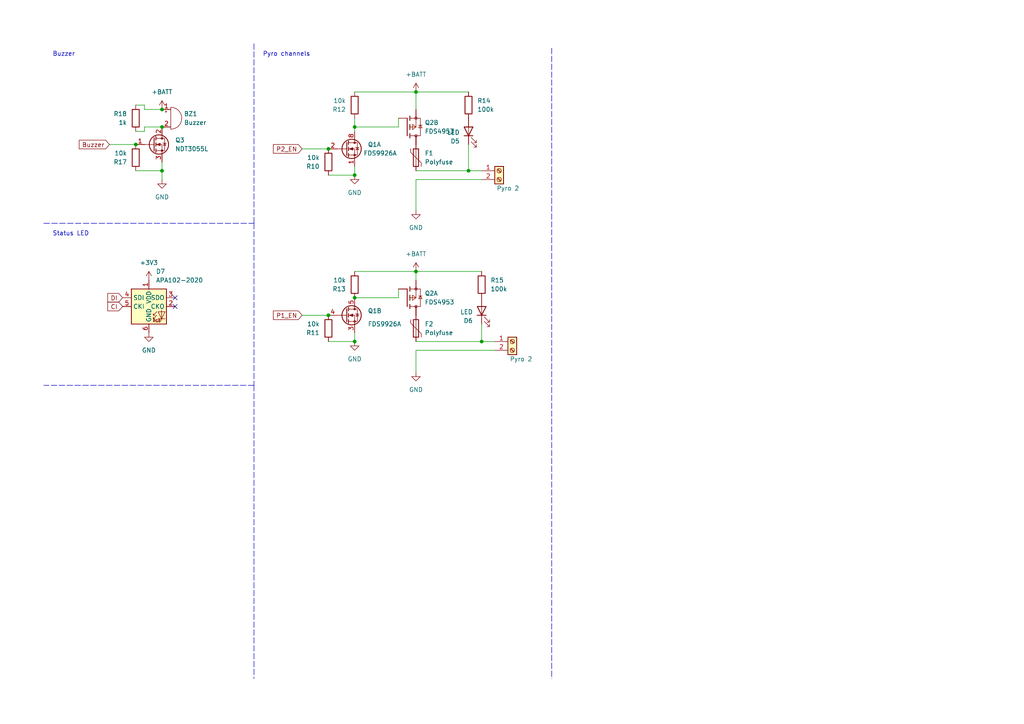
<source format=kicad_sch>
(kicad_sch (version 20211123) (generator eeschema)
  (paper "A4")
  (lib_symbols
    (symbol "Connector:Screw_Terminal_01x02" (pin_names (offset 1.016) hide)
      (property "Reference" "J" (at 0 2.54 0))
      (property "Value" "Screw_Terminal_01x02" (at 0 -5.08 0))
      (symbol "Screw_Terminal_01x02_1_1"
        (rectangle (start -1.27 1.27) (end 1.27 -3.81) (stroke (width 0.254)) (fill (type background)))
        (circle (center 0 -2.54) (radius 0.635) (stroke (width 0.1524)))
        (polyline (pts (xy -0.5334 -2.2098) (xy 0.3302 -3.048)) (stroke (width 0.1524)))
        (polyline (pts (xy -0.5334 0.3302) (xy 0.3302 -0.508)) (stroke (width 0.1524)))
        (polyline (pts (xy -0.3556 -2.032) (xy 0.508 -2.8702)) (stroke (width 0.1524)))
        (polyline (pts (xy -0.3556 0.508) (xy 0.508 -0.3302)) (stroke (width 0.1524)))
        (circle (center 0 0) (radius 0.635) (stroke (width 0.1524)))
        (pin passive line (at -5.08 0 0) (length 3.81) (name "Pin_1") (number "1"))
        (pin passive line (at -5.08 -2.54 0) (length 3.81) (name "Pin_2") (number "2"))
      )
    )
    (symbol "Device:Buzzer" (pin_names (offset 0.0254) hide)
      (property "Reference" "BZ" (at 3.81 1.27 0))
      (property "Value" "Buzzer" (at 3.81 -1.27 0))
      (symbol "Buzzer_0_1"
        (arc (start 0 -3.175) (mid 3.175 0) (end 0 3.175))
        (polyline (pts (xy -1.651 1.905) (xy -1.143 1.905)))
        (polyline (pts (xy -1.397 2.159) (xy -1.397 1.651)))
        (polyline (pts (xy 0 3.175) (xy 0 -3.175)))
      )
      (symbol "Buzzer_1_1"
        (pin passive line (at -2.54 2.54 0) (length 2.54) (name "-") (number "1"))
        (pin passive line (at -2.54 -2.54 0) (length 2.54) (name "+") (number "2"))
      )
    )
    (symbol "Device:LED" (pin_numbers hide) (pin_names (offset 1.016) hide)
      (property "Reference" "D" (at 0 2.54 0))
      (property "Value" "LED" (at 0 -2.54 0))
      (symbol "LED_0_1"
        (polyline (pts (xy -1.27 -1.27) (xy -1.27 1.27)) (stroke (width 0.254)))
        (polyline (pts (xy -1.27 0) (xy 1.27 0)))
        (polyline (pts (xy 1.27 -1.27) (xy 1.27 1.27) (xy -1.27 0) (xy 1.27 -1.27)) (stroke (width 0.254)))
        (polyline (pts (xy -3.048 -0.762) (xy -4.572 -2.286) (xy -3.81 -2.286) (xy -4.572 -2.286) (xy -4.572 -1.524)))
        (polyline (pts (xy -1.778 -0.762) (xy -3.302 -2.286) (xy -2.54 -2.286) (xy -3.302 -2.286) (xy -3.302 -1.524)))
      )
      (symbol "LED_1_1"
        (pin passive line (at -3.81 0 0) (length 2.54) (name "K") (number "1"))
        (pin passive line (at 3.81 0 180) (length 2.54) (name "A") (number "2"))
      )
    )
    (symbol "Device:Polyfuse" (pin_numbers hide) (pin_names (offset 0))
      (property "Reference" "F" (at -2.54 0 90))
      (property "Value" "Polyfuse" (at 2.54 0 90))
      (symbol "Polyfuse_0_1"
        (rectangle (start -0.762 2.54) (end 0.762 -2.54) (stroke (width 0.254)))
        (polyline (pts (xy 0 2.54) (xy 0 -2.54)))
        (polyline (pts (xy -1.524 2.54) (xy -1.524 1.524) (xy 1.524 -1.524) (xy 1.524 -2.54)))
      )
      (symbol "Polyfuse_1_1"
        (pin passive line (at 0 3.81 270) (length 1.27) (name "~") (number "1"))
        (pin passive line (at 0 -3.81 90) (length 1.27) (name "~") (number "2"))
      )
    )
    (symbol "Device:R" (pin_numbers hide) (pin_names (offset 0))
      (property "Reference" "R" (at 2.032 0 90))
      (property "Value" "R" (at 0 0 90))
      (symbol "R_0_1"
        (rectangle (start -1.016 -2.54) (end 1.016 2.54) (stroke (width 0.254)))
      )
      (symbol "R_1_1"
        (pin passive line (at 0 3.81 270) (length 1.27) (name "~") (number "1"))
        (pin passive line (at 0 -3.81 90) (length 1.27) (name "~") (number "2"))
      )
    )
    (symbol "FDS4953:FDS4953" (pin_numbers hide) (pin_names (offset 1.016) hide)
      (property "Reference" "Q" (at -8.89 3.81 0))
      (property "Value" "FDS4953" (at -8.89 -6.35 0))
      (symbol "FDS4953_1_0"
        (polyline (pts (xy 0 -2.54) (xy 0 2.54)) (stroke (width 0.254)))
        (polyline (pts (xy 0.762 -3.175) (xy 0.762 -2.54)) (stroke (width 0.254)))
        (polyline (pts (xy 0.762 -2.54) (xy 0.762 -1.905)) (stroke (width 0.254)))
        (polyline (pts (xy 0.762 -2.54) (xy 3.81 -2.54)) (stroke (width 0.1524)))
        (polyline (pts (xy 0.762 -0.762) (xy 0.762 0)) (stroke (width 0.254)))
        (polyline (pts (xy 0.762 0) (xy 0.762 0.762)) (stroke (width 0.254)))
        (polyline (pts (xy 0.762 0) (xy 2.54 0)) (stroke (width 0.1524)))
        (polyline (pts (xy 0.762 1.905) (xy 0.762 2.54)) (stroke (width 0.254)))
        (polyline (pts (xy 0.762 2.54) (xy 0.762 3.175)) (stroke (width 0.254)))
        (polyline (pts (xy 2.54 0) (xy 2.54 2.54)) (stroke (width 0.1524)))
        (polyline (pts (xy 2.54 2.54) (xy 0.762 2.54)) (stroke (width 0.1524)))
        (polyline (pts (xy 2.54 2.54) (xy 3.81 2.54)) (stroke (width 0.1524)))
        (polyline (pts (xy 3.302 0.508) (xy 3.81 0.508)) (stroke (width 0.1524)))
        (polyline (pts (xy 3.81 -2.54) (xy 3.81 0.508)) (stroke (width 0.1524)))
        (polyline (pts (xy 3.81 0.508) (xy 3.81 2.54)) (stroke (width 0.1524)))
        (polyline (pts (xy 3.81 0.508) (xy 4.318 0.508)) (stroke (width 0.1524)))
        (polyline (pts (xy 2.54 0) (xy 1.524 0.762) (xy 1.524 -0.762) (xy 2.54 0)) (stroke (width 0.1524)) (fill (type background)))
        (polyline (pts (xy 3.81 0.508) (xy 4.318 -0.254) (xy 3.302 -0.254) (xy 3.81 0.508)) (stroke (width 0.1524)) (fill (type background)))
        (circle (center 2.54 -2.54) (radius 0.3556))
        (circle (center 2.54 2.54) (radius 0.3556))
        (pin passive line (at 2.54 5.08 270) (length 2.54) (name "~") (number "3"))
        (pin passive line (at -2.54 2.54 0) (length 2.54) (name "~") (number "4"))
        (pin passive line (at 2.54 -5.08 90) (length 2.54) (name "~") (number "5"))
        (pin passive line (at 2.54 -5.08 90) (length 2.54) (name "~") (number "6"))
      )
      (symbol "FDS4953_2_0"
        (polyline (pts (xy 0 -2.54) (xy 0 2.54)) (stroke (width 0.254)))
        (polyline (pts (xy 0.762 -3.175) (xy 0.762 -2.54)) (stroke (width 0.254)))
        (polyline (pts (xy 0.762 -2.54) (xy 0.762 -1.905)) (stroke (width 0.254)))
        (polyline (pts (xy 0.762 -2.54) (xy 3.81 -2.54)) (stroke (width 0.1524)))
        (polyline (pts (xy 0.762 -0.762) (xy 0.762 0)) (stroke (width 0.254)))
        (polyline (pts (xy 0.762 0) (xy 0.762 0.762)) (stroke (width 0.254)))
        (polyline (pts (xy 0.762 0) (xy 2.54 0)) (stroke (width 0.1524)))
        (polyline (pts (xy 0.762 1.905) (xy 0.762 2.54)) (stroke (width 0.254)))
        (polyline (pts (xy 0.762 2.54) (xy 0.762 3.175)) (stroke (width 0.254)))
        (polyline (pts (xy 2.54 0) (xy 2.54 2.54)) (stroke (width 0.1524)))
        (polyline (pts (xy 2.54 2.54) (xy 0.762 2.54)) (stroke (width 0.1524)))
        (polyline (pts (xy 2.54 2.54) (xy 3.81 2.54)) (stroke (width 0.1524)))
        (polyline (pts (xy 3.302 0.508) (xy 3.81 0.508)) (stroke (width 0.1524)))
        (polyline (pts (xy 3.81 -2.54) (xy 3.81 0.508)) (stroke (width 0.1524)))
        (polyline (pts (xy 3.81 0.508) (xy 3.81 2.54)) (stroke (width 0.1524)))
        (polyline (pts (xy 3.81 0.508) (xy 4.318 0.508)) (stroke (width 0.1524)))
        (polyline (pts (xy 2.54 0) (xy 1.524 0.762) (xy 1.524 -0.762) (xy 2.54 0)) (stroke (width 0.1524)) (fill (type background)))
        (polyline (pts (xy 3.81 0.508) (xy 4.318 -0.254) (xy 3.302 -0.254) (xy 3.81 0.508)) (stroke (width 0.1524)) (fill (type background)))
        (circle (center 2.54 -2.54) (radius 0.3556))
        (circle (center 2.54 2.54) (radius 0.3556))
        (pin passive line (at 2.54 5.08 270) (length 2.54) (name "~") (number "1"))
        (pin passive line (at -2.54 2.54 0) (length 2.54) (name "~") (number "2"))
        (pin passive line (at 2.54 -5.08 90) (length 2.54) (name "~") (number "7"))
        (pin passive line (at 2.54 -5.08 90) (length 2.54) (name "~") (number "8"))
      )
    )
    (symbol "LED:APA102-2020"
      (property "Reference" "D" (at 5.08 5.715 0))
      (property "Value" "APA102-2020" (at 1.27 -5.715 0))
      (symbol "APA102-2020_0_0"
        (text "RGB" (at 2.286 -4.191 0) (effects (font (size 0.762 0.762))))
      )
      (symbol "APA102-2020_0_1"
        (polyline (pts (xy 1.27 -3.556) (xy 1.778 -3.556)))
        (polyline (pts (xy 1.27 -2.54) (xy 1.778 -2.54)))
        (polyline (pts (xy 4.699 -3.556) (xy 2.667 -3.556)))
        (polyline (pts (xy 2.286 -2.54) (xy 1.27 -3.556) (xy 1.27 -3.048)))
        (polyline (pts (xy 2.286 -1.524) (xy 1.27 -2.54) (xy 1.27 -2.032)))
        (polyline (pts (xy 3.683 -1.016) (xy 3.683 -3.556) (xy 3.683 -4.064)))
        (polyline (pts (xy 4.699 -1.524) (xy 2.667 -1.524) (xy 3.683 -3.556) (xy 4.699 -1.524)))
        (rectangle (start 5.08 5.08) (end -5.08 -5.08) (stroke (width 0.254)) (fill (type background)))
      )
      (symbol "APA102-2020_1_1"
        (pin power_in line (at 0 7.62 270) (length 2.54) (name "VDD") (number "1"))
        (pin output line (at 7.62 0 180) (length 2.54) (name "CKO") (number "2"))
        (pin output line (at 7.62 2.54 180) (length 2.54) (name "SDO") (number "3"))
        (pin input line (at -7.62 2.54 0) (length 2.54) (name "SDI") (number "4"))
        (pin input line (at -7.62 0 0) (length 2.54) (name "CKI") (number "5"))
        (pin power_in line (at 0 -7.62 90) (length 2.54) (name "GND") (number "6"))
      )
    )
    (symbol "Transistor_FET:FDS9926A" (pin_names hide)
      (property "Reference" "Q" (at 5.08 1.905 0))
      (property "Value" "FDS9926A" (at 5.08 0 0))
      (symbol "FDS9926A_0_1"
        (polyline (pts (xy 0.254 0) (xy -2.54 0)))
        (polyline (pts (xy 0.254 1.905) (xy 0.254 -1.905)) (stroke (width 0.254)))
        (polyline (pts (xy 0.762 -1.27) (xy 0.762 -2.286)) (stroke (width 0.254)))
        (polyline (pts (xy 0.762 0.508) (xy 0.762 -0.508)) (stroke (width 0.254)))
        (polyline (pts (xy 0.762 2.286) (xy 0.762 1.27)) (stroke (width 0.254)))
        (polyline (pts (xy 2.54 2.54) (xy 2.54 1.778)))
        (polyline (pts (xy 2.54 -2.54) (xy 2.54 0) (xy 0.762 0)))
        (polyline (pts (xy 0.762 -1.778) (xy 3.302 -1.778) (xy 3.302 1.778) (xy 0.762 1.778)))
        (polyline (pts (xy 1.016 0) (xy 2.032 0.381) (xy 2.032 -0.381) (xy 1.016 0)) (fill (type outline)))
        (polyline (pts (xy 2.794 0.508) (xy 2.921 0.381) (xy 3.683 0.381) (xy 3.81 0.254)))
        (polyline (pts (xy 3.302 0.381) (xy 2.921 -0.254) (xy 3.683 -0.254) (xy 3.302 0.381)))
        (circle (center 1.651 0) (radius 2.794) (stroke (width 0.254)))
        (circle (center 2.54 -1.778) (radius 0.254) (fill (type outline)))
        (circle (center 2.54 1.778) (radius 0.254) (fill (type outline)))
      )
      (symbol "FDS9926A_1_1"
        (pin passive line (at 2.54 -5.08 90) (length 2.54) (name "S1") (number "1"))
        (pin passive line (at -5.08 0 0) (length 2.54) (name "G1") (number "2"))
        (pin passive line (at 2.54 5.08 270) (length 2.54) hide (name "D1") (number "7"))
        (pin passive line (at 2.54 5.08 270) (length 2.54) (name "D1") (number "8"))
      )
      (symbol "FDS9926A_2_1"
        (pin passive line (at 2.54 -5.08 90) (length 2.54) (name "S2") (number "3"))
        (pin passive line (at -5.08 0 0) (length 2.54) (name "G2") (number "4"))
        (pin passive line (at 2.54 5.08 270) (length 2.54) (name "D2") (number "5"))
        (pin passive line (at 2.54 5.08 270) (length 2.54) hide (name "D2") (number "6"))
      )
    )
    (symbol "Transistor_FET:NDT3055L" (pin_names hide)
      (property "Reference" "Q" (at 5.08 1.905 0))
      (property "Value" "NDT3055L" (at 5.08 0 0))
      (symbol "NDT3055L_0_1"
        (polyline (pts (xy 0.254 0) (xy -2.54 0)))
        (polyline (pts (xy 0.254 1.905) (xy 0.254 -1.905)) (stroke (width 0.254)))
        (polyline (pts (xy 0.762 -1.27) (xy 0.762 -2.286)) (stroke (width 0.254)))
        (polyline (pts (xy 0.762 0.508) (xy 0.762 -0.508)) (stroke (width 0.254)))
        (polyline (pts (xy 0.762 2.286) (xy 0.762 1.27)) (stroke (width 0.254)))
        (polyline (pts (xy 2.54 2.54) (xy 2.54 1.778)))
        (polyline (pts (xy 2.54 -2.54) (xy 2.54 0) (xy 0.762 0)))
        (polyline (pts (xy 0.762 -1.778) (xy 3.302 -1.778) (xy 3.302 1.778) (xy 0.762 1.778)))
        (polyline (pts (xy 1.016 0) (xy 2.032 0.381) (xy 2.032 -0.381) (xy 1.016 0)) (fill (type outline)))
        (polyline (pts (xy 2.794 0.508) (xy 2.921 0.381) (xy 3.683 0.381) (xy 3.81 0.254)))
        (polyline (pts (xy 3.302 0.381) (xy 2.921 -0.254) (xy 3.683 -0.254) (xy 3.302 0.381)))
        (circle (center 1.651 0) (radius 2.794) (stroke (width 0.254)))
        (circle (center 2.54 -1.778) (radius 0.254) (fill (type outline)))
        (circle (center 2.54 1.778) (radius 0.254) (fill (type outline)))
      )
      (symbol "NDT3055L_1_1"
        (pin input line (at -5.08 0 0) (length 2.54) (name "G") (number "1"))
        (pin passive line (at 2.54 5.08 270) (length 2.54) (name "D") (number "2"))
        (pin passive line (at 2.54 -5.08 90) (length 2.54) (name "S") (number "3"))
      )
    )
    (symbol "power:+3.3V" (power) (pin_names (offset 0))
      (property "Value" "+3.3V" (at 0 3.556 0))
      (symbol "+3.3V_0_1"
        (polyline (pts (xy -0.762 1.27) (xy 0 2.54)))
        (polyline (pts (xy 0 0) (xy 0 2.54)))
        (polyline (pts (xy 0 2.54) (xy 0.762 1.27)))
      )
      (symbol "+3.3V_1_1"
        (pin power_in line (at 0 0 90) (length 0) hide (name "+3V3") (number "1"))
      )
    )
    (symbol "power:+BATT" (power) (pin_names (offset 0))
      (property "Value" "+BATT" (at 0 3.556 0))
      (symbol "+BATT_0_1"
        (polyline (pts (xy -0.762 1.27) (xy 0 2.54)))
        (polyline (pts (xy 0 0) (xy 0 2.54)))
        (polyline (pts (xy 0 2.54) (xy 0.762 1.27)))
      )
      (symbol "+BATT_1_1"
        (pin power_in line (at 0 0 90) (length 0) hide (name "+BATT") (number "1"))
      )
    )
    (symbol "power:GND" (power) (pin_names (offset 0))
      (property "Value" "GND" (at 0 -3.81 0))
      (symbol "GND_0_1"
        (polyline (pts (xy 0 0) (xy 0 -1.27) (xy 1.27 -1.27) (xy 0 -2.54) (xy -1.27 -1.27) (xy 0 -1.27)))
      )
      (symbol "GND_1_1"
        (pin power_in line (at 0 0 270) (length 0) hide (name "GND") (number "1"))
      )
    )
  )
  (junction (at 102.87 50.8))
  (junction (at 46.99 49.53))
  (junction (at 39.37 41.91))
  (junction (at 120.65 78.74))
  (junction (at 135.89 49.53))
  (junction (at 46.99 36.83))
  (junction (at 102.87 86.36))
  (junction (at 95.25 91.44))
  (junction (at 139.7 99.06))
  (junction (at 102.87 36.83))
  (junction (at 46.99 31.75))
  (junction (at 95.25 43.18))
  (junction (at 102.87 99.06))
  (junction (at 120.65 26.67))
  (no_connect (at 50.8 86.36))
  (no_connect (at 50.8 88.9))
  (wire (pts (xy 39.37 49.53) (xy 46.99 49.53)))
  (wire (pts (xy 87.63 91.44) (xy 95.25 91.44)))
  (wire (pts (xy 41.91 31.75) (xy 41.91 30.48)))
  (wire (pts (xy 102.87 38.1) (xy 102.87 36.83)))
  (wire (pts (xy 139.7 52.07) (xy 120.65 52.07)))
  (wire (pts (xy 115.57 86.36) (xy 115.57 83.82)))
  (wire (pts (xy 95.25 99.06) (xy 102.87 99.06)))
  (wire (pts (xy 143.51 99.06) (xy 139.7 99.06)))
  (polyline (pts (xy 73.66 111.76) (xy 12.7 111.76)))
  (wire (pts (xy 135.89 41.91) (xy 135.89 49.53)))
  (wire (pts (xy 102.87 78.74) (xy 120.65 78.74)))
  (wire (pts (xy 41.91 36.83) (xy 46.99 36.83)))
  (wire (pts (xy 41.91 30.48) (xy 39.37 30.48)))
  (wire (pts (xy 41.91 38.1) (xy 39.37 38.1)))
  (wire (pts (xy 87.63 43.18) (xy 95.25 43.18)))
  (wire (pts (xy 41.91 31.75) (xy 46.99 31.75)))
  (polyline (pts (xy 73.66 12.7) (xy 73.66 64.77)))
  (wire (pts (xy 120.65 49.53) (xy 135.89 49.53)))
  (wire (pts (xy 120.65 52.07) (xy 120.65 60.96)))
  (wire (pts (xy 135.89 49.53) (xy 139.7 49.53)))
  (wire (pts (xy 139.7 99.06) (xy 120.65 99.06)))
  (wire (pts (xy 120.65 81.28) (xy 120.65 78.74)))
  (polyline (pts (xy 73.66 111.76) (xy 73.66 196.85)))
  (wire (pts (xy 102.87 96.52) (xy 102.87 99.06)))
  (wire (pts (xy 139.7 93.98) (xy 139.7 99.06)))
  (polyline (pts (xy 12.7 64.77) (xy 73.66 64.77)))
  (wire (pts (xy 46.99 46.99) (xy 46.99 49.53)))
  (polyline (pts (xy 160.02 13.97) (xy 160.02 196.85)))
  (wire (pts (xy 31.75 41.91) (xy 39.37 41.91)))
  (wire (pts (xy 95.25 50.8) (xy 102.87 50.8)))
  (wire (pts (xy 120.65 78.74) (xy 139.7 78.74)))
  (wire (pts (xy 102.87 48.26) (xy 102.87 50.8)))
  (polyline (pts (xy 73.66 64.77) (xy 73.66 111.76)))
  (wire (pts (xy 46.99 49.53) (xy 46.99 52.07)))
  (wire (pts (xy 102.87 26.67) (xy 120.65 26.67)))
  (wire (pts (xy 143.51 101.6) (xy 120.65 101.6)))
  (wire (pts (xy 120.65 101.6) (xy 120.65 107.95)))
  (wire (pts (xy 115.57 36.83) (xy 115.57 34.29)))
  (wire (pts (xy 41.91 36.83) (xy 41.91 38.1)))
  (wire (pts (xy 120.65 26.67) (xy 135.89 26.67)))
  (wire (pts (xy 102.87 36.83) (xy 102.87 34.29)))
  (wire (pts (xy 102.87 86.36) (xy 115.57 86.36)))
  (wire (pts (xy 120.65 26.67) (xy 120.65 31.75)))
  (wire (pts (xy 102.87 36.83) (xy 115.57 36.83)))
  (text "Buzzer" (at 15.24 16.51 0) (effects (font (size 1.27 1.27)) (justify left bottom)))
  (text "Status LED\n" (at 15.24 68.58 0) (effects (font (size 1.27 1.27)) (justify left bottom)))
  (text "Pyro channels" (at 76.2 16.51 0) (effects (font (size 1.27 1.27)) (justify left bottom)))
  (global_label "CI" (shape input) (at 35.56 88.9 180) (property "Intersheet References" "${INTERSHEET_REFS}" (effects hide)))
  (global_label "P2_EN" (shape input) (at 87.63 43.18 180) (property "Intersheet References" "${INTERSHEET_REFS}" (effects hide)))
  (global_label "P1_EN" (shape input) (at 87.63 91.44 180) (property "Intersheet References" "${INTERSHEET_REFS}" (effects hide)))
  (global_label "DI" (shape input) (at 35.56 86.36 180) (property "Intersheet References" "${INTERSHEET_REFS}" (effects hide)))
  (global_label "Buzzer" (shape input) (at 31.75 41.91 180) (property "Intersheet References" "${INTERSHEET_REFS}" (effects hide)))
  (symbol (lib_id "power:+BATT") (at 120.65 78.74 0) (unit 1)
    (property "Reference" "#PWR0124" (effects hide))
    (property "Value" "+BATT" (at 120.65 73.66 0))
  )
  (symbol (lib_id "power:GND") (at 102.87 99.06 0) (unit 1)
    (property "Reference" "#PWR0123" (effects hide))
    (property "Value" "GND" (at 102.87 104.14 0))
  )
  (symbol (lib_id "Device:Polyfuse") (at 120.65 95.25 0) (unit 1)
    (property "Reference" "F2" (at 123.19 93.9799 0) (effects (justify left)))
    (property "Value" "Polyfuse" (at 123.19 96.5199 0) (effects (justify left)))
    (property "Footprint" "Fuse:Fuse_1206_3216Metric_Pad1.42x1.75mm_HandSolder" (effects hide))
  )
  (symbol (lib_id "Device:R") (at 95.25 46.99 180) (unit 1)
    (property "Reference" "R10" (at 92.71 48.2601 0) (effects (justify left)))
    (property "Value" "10k" (at 92.71 45.7201 0) (effects (justify left)))
    (property "Footprint" "Resistor_SMD:R_0402_1005Metric_Pad0.72x0.64mm_HandSolder" (effects hide))
  )
  (symbol (lib_id "power:+BATT") (at 46.99 31.75 0) (unit 1)
    (property "Reference" "#PWR0158" (effects hide))
    (property "Value" "+BATT" (at 46.99 26.67 0))
  )
  (symbol (lib_id "Transistor_FET:NDT3055L") (at 44.45 41.91 0) (unit 1)
    (property "Reference" "Q3" (at 50.8 40.6399 0) (effects (justify left)))
    (property "Value" "NDT3055L" (at 50.8 43.1799 0) (effects (justify left)))
    (property "Footprint" "Package_TO_SOT_SMD:TSOT-23" (effects hide))
    (property "Datasheet" "https://www.onsemi.com/pdf/datasheet/ndt3055l-d.pdf" (effects hide))
  )
  (symbol (lib_id "power:GND") (at 120.65 60.96 0) (unit 1)
    (property "Reference" "#PWR0144" (effects hide))
    (property "Value" "GND" (at 120.65 66.04 0))
  )
  (symbol (lib_id "LED:APA102-2020") (at 43.18 88.9 0) (unit 1)
    (property "Reference" "D7" (at 45.1994 78.74 0) (effects (justify left)))
    (property "Value" "APA102-2020" (at 45.1994 81.28 0) (effects (justify left)))
    (property "Footprint" "LED_SMD:LED-APA102-2020" (effects hide))
    (property "Datasheet" "http://www.led-color.com/upload/201604/APA102-2020%20SMD%20LED.pdf" (effects hide))
  )
  (symbol (lib_id "FDS4953:FDS4953") (at 118.11 36.83 0) (unit 2)
    (property "Reference" "Q2" (at 123.19 35.5599 0) (effects (justify left)))
    (property "Value" "FDS4953" (at 123.19 38.0999 0) (effects (justify left)))
    (property "Footprint" "Package_SO:SOIC-8_3.9x4.9mm_P1.27mm" (effects hide))
    (property "B_NOM" "0.42" (effects hide))
    (property "E1_NOM" "3.9" (effects hide))
    (property "D_MAX" "5.0" (effects hide))
    (property "E_NOM" "6.0" (effects hide))
    (property "STANDARD" "IPC 7351B" (effects hide))
    (property "PIN_COUNT" "8.0" (effects hide))
    (property "D_MIN" "4.8" (effects hide))
    (property "MAXIMUM_PACKAGE_HEIGHT" "1.75mm" (effects hide))
    (property "E_MIN" "5.8" (effects hide))
    (property "A1_MIN" "0.1" (effects hide))
    (property "E_MAX" "6.2" (effects hide))
    (property "A_MAX" "1.75" (effects hide))
    (property "E1_MAX" "4.0" (effects hide))
    (property "MANUFACTURER" "ON Semiconductor" (effects hide))
    (property "B_MIN" "0.33" (effects hide))
    (property "L_MAX" "1.27" (effects hide))
    (property "A_NOM" "1.75" (effects hide))
    (property "D_NOM" "4.9" (effects hide))
    (property "A_MIN" "1.75" (effects hide))
    (property "D2_MAX" "0.0" (effects hide))
    (property "E2_MAX" "0.0" (effects hide))
    (property "E1_MIN" "3.8" (effects hide))
    (property "ENOM" "1.27" (effects hide))
    (property "L_MIN" "0.4" (effects hide))
    (property "B_MAX" "0.51" (effects hide))
    (property "L_NOM" "0.835" (effects hide))
  )
  (symbol (lib_id "Device:Buzzer") (at 49.53 34.29 0) (unit 1)
    (property "Reference" "BZ1" (at 53.34 33.0199 0) (effects (justify left)))
    (property "Value" "Buzzer" (at 53.34 35.5599 0) (effects (justify left)))
    (property "Footprint" "Buzzer_Beeper:Buzzer_Murata_PKMCS0909E" (effects hide))
  )
  (symbol (lib_id "Connector:Screw_Terminal_01x02") (at 148.59 99.06 0) (unit 1)
    (property "Reference" "J5" (effects hide))
    (property "Value" "Pyro 2" (at 151.13 104.14 0))
    (property "Footprint" "TerminalBlock_Phoenix:TerminalBlock_Phoenix_MPT-0,5-2-2.54_1x02_P2.54mm_Horizontal" (effects hide))
  )
  (symbol (lib_id "FDS4953:FDS4953") (at 118.11 86.36 0) (unit 1)
    (property "Reference" "Q2" (at 123.19 85.0899 0) (effects (justify left)))
    (property "Value" "FDS4953" (at 123.19 87.6299 0) (effects (justify left)))
    (property "Footprint" "Package_SO:SOIC-8_3.9x4.9mm_P1.27mm" (effects hide))
    (property "B_NOM" "0.42" (effects hide))
    (property "E1_NOM" "3.9" (effects hide))
    (property "D_MAX" "5.0" (effects hide))
    (property "E_NOM" "6.0" (effects hide))
    (property "STANDARD" "IPC 7351B" (effects hide))
    (property "PIN_COUNT" "8.0" (effects hide))
    (property "D_MIN" "4.8" (effects hide))
    (property "MAXIMUM_PACKAGE_HEIGHT" "1.75mm" (effects hide))
    (property "E_MIN" "5.8" (effects hide))
    (property "A1_MIN" "0.1" (effects hide))
    (property "E_MAX" "6.2" (effects hide))
    (property "A_MAX" "1.75" (effects hide))
    (property "E1_MAX" "4.0" (effects hide))
    (property "MANUFACTURER" "ON Semiconductor" (effects hide))
    (property "B_MIN" "0.33" (effects hide))
    (property "L_MAX" "1.27" (effects hide))
    (property "A_NOM" "1.75" (effects hide))
    (property "D_NOM" "4.9" (effects hide))
    (property "A_MIN" "1.75" (effects hide))
    (property "D2_MAX" "0.0" (effects hide))
    (property "E2_MAX" "0.0" (effects hide))
    (property "E1_MIN" "3.8" (effects hide))
    (property "ENOM" "1.27" (effects hide))
    (property "L_MIN" "0.4" (effects hide))
    (property "B_MAX" "0.51" (effects hide))
    (property "L_NOM" "0.835" (effects hide))
  )
  (symbol (lib_id "Device:R") (at 39.37 34.29 0) (mirror x) (unit 1)
    (property "Reference" "R18" (at 36.83 33.0199 0) (effects (justify right)))
    (property "Value" "1k" (at 36.83 35.5599 0) (effects (justify right)))
    (property "Footprint" "Resistor_SMD:R_0402_1005Metric_Pad0.72x0.64mm_HandSolder" (effects hide))
  )
  (symbol (lib_id "power:GND") (at 102.87 50.8 0) (unit 1)
    (property "Reference" "#PWR0146" (effects hide))
    (property "Value" "GND" (at 102.87 55.88 0))
  )
  (symbol (lib_id "Device:LED") (at 139.7 90.17 90) (unit 1)
    (property "Reference" "D6" (at 137.16 93.0276 90) (effects (justify left)))
    (property "Value" "LED" (at 137.16 90.4876 90) (effects (justify left)))
    (property "Footprint" "LED_SMD:LED_0603_1608Metric_Pad1.05x0.95mm_HandSolder" (effects hide))
  )
  (symbol (lib_id "Device:R") (at 102.87 82.55 180) (unit 1)
    (property "Reference" "R13" (at 100.33 83.8201 0) (effects (justify left)))
    (property "Value" "10k" (at 100.33 81.2801 0) (effects (justify left)))
    (property "Footprint" "Resistor_SMD:R_0402_1005Metric_Pad0.72x0.64mm_HandSolder" (effects hide))
  )
  (symbol (lib_id "power:+3.3V") (at 43.18 81.28 0) (unit 1)
    (property "Reference" "#PWR0141" (effects hide))
    (property "Value" "+3.3V" (at 43.18 76.2 0))
  )
  (symbol (lib_id "power:+BATT") (at 120.65 26.67 0) (unit 1)
    (property "Reference" "#PWR0145" (effects hide))
    (property "Value" "+BATT" (at 120.65 21.59 0))
  )
  (symbol (lib_id "Device:R") (at 135.89 30.48 0) (unit 1)
    (property "Reference" "R14" (at 138.43 29.2099 0) (effects (justify left)))
    (property "Value" "100k" (at 138.43 31.7499 0) (effects (justify left)))
    (property "Footprint" "Resistor_SMD:R_0402_1005Metric_Pad0.72x0.64mm_HandSolder" (effects hide))
  )
  (symbol (lib_id "Transistor_FET:FDS9926A") (at 100.33 43.18 0) (unit 1)
    (property "Reference" "Q1" (at 106.68 41.9099 0) (effects (justify left)))
    (property "Value" "FDS9926A" (at 105.41 44.45 0) (effects (justify left)))
    (property "Footprint" "Package_SO:SOIC-8_3.9x4.9mm_P1.27mm" (effects hide))
    (property "Datasheet" "https://www.onsemi.com/pub/Collateral/FDS9926A-D.pdf" (effects hide))
  )
  (symbol (lib_id "Device:R") (at 95.25 95.25 180) (unit 1)
    (property "Reference" "R11" (at 92.71 96.5201 0) (effects (justify left)))
    (property "Value" "10k" (at 92.71 93.9801 0) (effects (justify left)))
    (property "Footprint" "Resistor_SMD:R_0402_1005Metric_Pad0.72x0.64mm_HandSolder" (effects hide))
  )
  (symbol (lib_id "Device:R") (at 39.37 45.72 180) (unit 1)
    (property "Reference" "R17" (at 36.83 46.9901 0) (effects (justify left)))
    (property "Value" "10k" (at 36.83 44.4501 0) (effects (justify left)))
    (property "Footprint" "Resistor_SMD:R_0402_1005Metric_Pad0.72x0.64mm_HandSolder" (effects hide))
  )
  (symbol (lib_id "Device:LED") (at 135.89 38.1 90) (unit 1)
    (property "Reference" "D5" (at 133.35 40.9576 90) (effects (justify left)))
    (property "Value" "LED" (at 133.35 38.4176 90) (effects (justify left)))
    (property "Footprint" "LED_SMD:LED_0603_1608Metric_Pad1.05x0.95mm_HandSolder" (effects hide))
  )
  (symbol (lib_id "power:GND") (at 120.65 107.95 0) (unit 1)
    (property "Reference" "#PWR0125" (effects hide))
    (property "Value" "GND" (at 120.65 113.03 0))
  )
  (symbol (lib_id "Connector:Screw_Terminal_01x02") (at 144.78 49.53 0) (unit 1)
    (property "Reference" "J4" (effects hide))
    (property "Value" "Pyro 2" (at 147.32 54.61 0))
    (property "Footprint" "TerminalBlock_Phoenix:TerminalBlock_Phoenix_MPT-0,5-2-2.54_1x02_P2.54mm_Horizontal" (effects hide))
  )
  (symbol (lib_id "Device:R") (at 139.7 82.55 0) (unit 1)
    (property "Reference" "R15" (at 142.24 81.2799 0) (effects (justify left)))
    (property "Value" "100k" (at 142.24 83.8199 0) (effects (justify left)))
    (property "Footprint" "Resistor_SMD:R_0402_1005Metric_Pad0.72x0.64mm_HandSolder" (effects hide))
  )
  (symbol (lib_id "power:GND") (at 46.99 52.07 0) (unit 1)
    (property "Reference" "#PWR0157" (effects hide))
    (property "Value" "GND" (at 46.99 57.15 0))
  )
  (symbol (lib_id "Transistor_FET:FDS9926A") (at 100.33 91.44 0) (unit 2)
    (property "Reference" "Q1" (at 106.68 90.1699 0) (effects (justify left)))
    (property "Value" "FDS9926A" (at 106.68 93.98 0) (effects (justify left)))
    (property "Footprint" "Package_SO:SOIC-8_3.9x4.9mm_P1.27mm" (effects hide))
    (property "Datasheet" "https://www.onsemi.com/pub/Collateral/FDS9926A-D.pdf" (effects hide))
  )
  (symbol (lib_id "Device:Polyfuse") (at 120.65 45.72 0) (unit 1)
    (property "Reference" "F1" (at 123.19 44.4499 0) (effects (justify left)))
    (property "Value" "Polyfuse" (at 123.19 46.9899 0) (effects (justify left)))
    (property "Footprint" "Fuse:Fuse_1206_3216Metric_Pad1.42x1.75mm_HandSolder" (effects hide))
  )
  (symbol (lib_id "Device:R") (at 102.87 30.48 180) (unit 1)
    (property "Reference" "R12" (at 100.33 31.75 0) (effects (justify left)))
    (property "Value" "10k" (at 100.33 29.21 0) (effects (justify left)))
    (property "Footprint" "Resistor_SMD:R_0402_1005Metric_Pad0.72x0.64mm_HandSolder" (effects hide))
  )
  (symbol (lib_id "power:GND") (at 43.18 96.52 0) (unit 1)
    (property "Reference" "#PWR0143" (effects hide))
    (property "Value" "GND" (at 43.18 101.6 0))
  )
)
</source>
